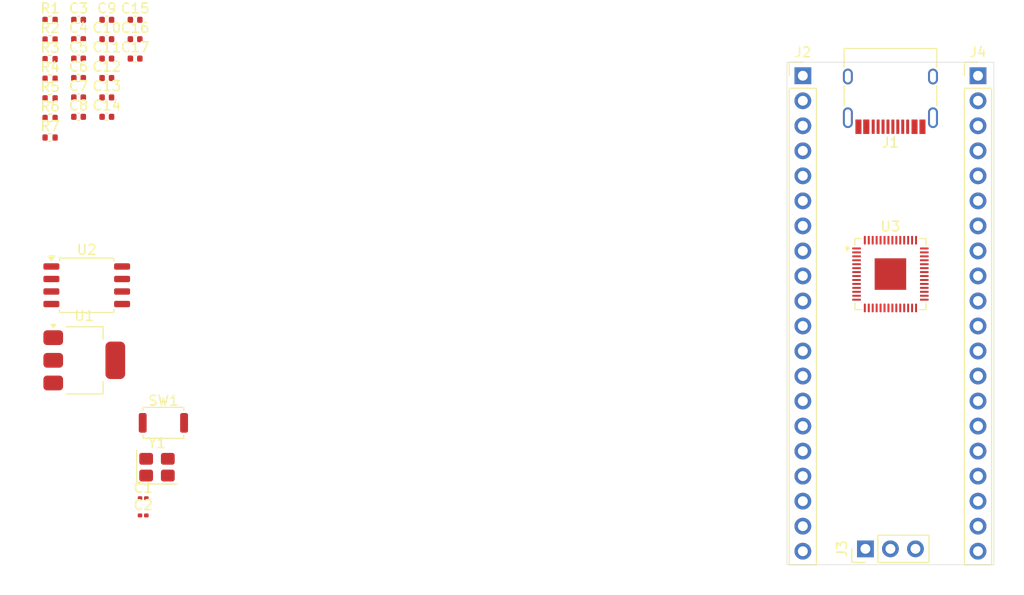
<source format=kicad_pcb>
(kicad_pcb (version 20241229) (generator "pcbnew") (generator_version "9.0")
  (layers (0 "F.Cu" signal) (2 "B.Cu" signal) (13 "F.Paste" user) (15 "B.Paste" user) (5 "F.SilkS" user "F.Silkscreen") (7 "B.SilkS" user "B.Silkscreen") (1 "F.Mask" user) (3 "B.Mask" user) (25 "Edge.Cuts" user))
  (net 0 "")
  (net 1 "VBUS")
  (net 2 "GND")
  (net 3 "+3V3")
  (net 4 "XIN")
  (net 5 "Net-(C4-Pad2)")
  (net 6 "+1V1")
  (net 7 "USB_D+")
  (net 8 "Net-(J1-CC1)")
  (net 9 "USB_D-")
  (net 10 "Net-(J1-CC2)")
  (net 11 "GPIO0")
  (net 12 "GPIO1")
  (net 13 "GPIO15")
  (net 14 "GPIO3")
  (net 15 "GPIO9")
  (net 16 "GPIO6")
  (net 17 "GPIO12")
  (net 18 "GPIO5")
  (net 19 "GPIO13")
  (net 20 "GPIO10")
  (net 21 "GPIO2")
  (net 22 "GPIO4")
  (net 23 "GPIO11")
  (net 24 "GPIO8")
  (net 25 "GPIO7")
  (net 26 "GPIO14")
  (net 27 "SWD")
  (net 28 "SWCLK")
  (net 29 "GPIO21")
  (net 30 "GPIO24")
  (net 31 "GPIO16")
  (net 32 "GPIO18")
  (net 33 "GPIO28_ADC2")
  (net 34 "GPIO27_ADC1")
  (net 35 "GPIO26_ADC0")
  (net 36 "GPIO22")
  (net 37 "RUN")
  (net 38 "GPIO17")
  (net 39 "GPIO19")
  (net 40 "GPIO23")
  (net 41 "GPIO20")
  (net 42 "GPIO29_ADC3")
  (net 43 "QSPI_SS")
  (net 44 "Net-(R3-Pad1)")
  (net 45 "XOUT")
  (net 46 "Net-(U3-USB_DP)")
  (net 47 "Net-(U3-USB_DM)")
  (net 48 "QSPI_SCLK")
  (net 49 "QSPI_SD1")
  (net 50 "QSPI_SD3")
  (net 51 "QSPI_SD2")
  (net 52 "QSPI_SD0")
  (footprint "Capacitor_SMD:C_0402_1005Metric" (layer "F.Cu") (at 42.465 27.54)
    (property "Reference" "C14" (at 0 -1.16 0) (layer "F.SilkS"))
    (property "Value" "0.1uF")
    (fp_line (start -0.107836 -0.36) (end 0.107836 -0.36) (stroke (width 0.12)) (layer "F.SilkS"))
    (fp_line (start -0.107836 0.36) (end 0.107836 0.36) (stroke (width 0.12)) (layer "F.SilkS"))
    (pad "1" smd roundrect (at -0.48 0) (size 0.56 0.62) (layers "F.Cu" "F.Mask" "F.Paste") (net 3 "+3V3"))
    (pad "2" smd roundrect (at 0.48 0) (size 0.56 0.62) (layers "F.Cu" "F.Mask" "F.Paste") (net 2 "GND"))
  )
  (footprint "Capacitor_SMD:C_0402_1005Metric" (layer "F.Cu") (at 39.595 27.54)
    (property "Reference" "C8" (at 0 -1.16 0) (layer "F.SilkS"))
    (property "Value" "0.1uF")
    (fp_line (start -0.107836 -0.36) (end 0.107836 -0.36) (stroke (width 0.12)) (layer "F.SilkS"))
    (fp_line (start -0.107836 0.36) (end 0.107836 0.36) (stroke (width 0.12)) (layer "F.SilkS"))
    (pad "1" smd roundrect (at -0.48 0) (size 0.56 0.62) (layers "F.Cu" "F.Mask" "F.Paste") (net 3 "+3V3"))
    (pad "2" smd roundrect (at 0.48 0) (size 0.56 0.62) (layers "F.Cu" "F.Mask" "F.Paste") (net 2 "GND"))
  )
  (footprint "Capacitor_SMD:C_0402_1005Metric" (layer "F.Cu") (at 45.335 17.69)
    (property "Reference" "C15" (at 0 -1.16 0) (layer "F.SilkS"))
    (property "Value" "1uF")
    (fp_line (start -0.107836 -0.36) (end 0.107836 -0.36) (stroke (width 0.12)) (layer "F.SilkS"))
    (fp_line (start -0.107836 0.36) (end 0.107836 0.36) (stroke (width 0.12)) (layer "F.SilkS"))
    (pad "1" smd roundrect (at -0.48 0) (size 0.56 0.62) (layers "F.Cu" "F.Mask" "F.Paste") (net 6 "+1V1"))
    (pad "2" smd roundrect (at 0.48 0) (size 0.56 0.62) (layers "F.Cu" "F.Mask" "F.Paste") (net 2 "GND"))
  )
  (footprint "Package_TO_SOT_SMD:SOT-223-3_TabPin2" (layer "F.Cu") (at 40.175 52.255)
    (property "Reference" "U1" (at 0 -4.5 0) (layer "F.SilkS"))
    (property "Value" "NCP1117-3.3_SOT223")
    (fp_line (start -1.85 -3.41) (end 1.91 -3.41) (stroke (width 0.12)) (layer "F.SilkS"))
    (fp_line (start -1.85 3.41) (end 1.91 3.41) (stroke (width 0.12)) (layer "F.SilkS"))
    (fp_line (start 1.91 -3.41) (end 1.91 -2.15) (stroke (width 0.12)) (layer "F.SilkS"))
    (fp_line (start 1.91 3.41) (end 1.91 2.15) (stroke (width 0.12)) (layer "F.SilkS"))
    (fp_poly (pts (xy -3.13 -3.31) (xy -3.37 -3.64) (xy -2.89 -3.64) (xy -3.13 -3.31)) (stroke (width 0.12)) (fill yes) (layer "F.SilkS"))
    (pad "1" smd roundrect (at -3.15 -2.3) (size 2 1.5) (layers "F.Cu" "F.Mask" "F.Paste") (net 2 "GND"))
    (pad "2" smd roundrect (at -3.15 0) (size 2 1.5) (layers "F.Cu" "F.Mask" "F.Paste") (net 3 "+3V3"))
    (pad "2" smd roundrect (at 3.15 0) (size 2 3.8) (layers "F.Cu" "F.Mask" "F.Paste") (net 3 "+3V3"))
    (pad "3" smd roundrect (at -3.15 2.3) (size 2 1.5) (layers "F.Cu" "F.Mask" "F.Paste") (net 1 "VBUS"))
  )
  (footprint "Resistor_SMD:R_0402_1005Metric" (layer "F.Cu") (at 36.705 21.68)
    (property "Reference" "R3" (at 0 -1.17 0) (layer "F.SilkS"))
    (property "Value" "1k")
    (fp_line (start -0.153641 -0.38) (end 0.153641 -0.38) (stroke (width 0.12)) (layer "F.SilkS"))
    (fp_line (start -0.153641 0.38) (end 0.153641 0.38) (stroke (width 0.12)) (layer "F.SilkS"))
    (pad "1" smd roundrect (at -0.51 0) (size 0.54 0.64) (layers "F.Cu" "F.Mask" "F.Paste") (net 44 "Net-(R3-Pad1)"))
    (pad "2" smd roundrect (at 0.51 0) (size 0.54 0.64) (layers "F.Cu" "F.Mask" "F.Paste") (net 43 "QSPI_SS"))
  )
  (footprint "Capacitor_SMD:C_0402_1005Metric" (layer "F.Cu") (at 39.595 21.63)
    (property "Reference" "C5" (at 0 -1.16 0) (layer "F.SilkS"))
    (property "Value" "1uF")
    (fp_line (start -0.107836 -0.36) (end 0.107836 -0.36) (stroke (width 0.12)) (layer "F.SilkS"))
    (fp_line (start -0.107836 0.36) (end 0.107836 0.36) (stroke (width 0.12)) (layer "F.SilkS"))
    (pad "1" smd roundrect (at -0.48 0) (size 0.56 0.62) (layers "F.Cu" "F.Mask" "F.Paste") (net 3 "+3V3"))
    (pad "2" smd roundrect (at 0.48 0) (size 0.56 0.62) (layers "F.Cu" "F.Mask" "F.Paste") (net 2 "GND"))
  )
  (footprint "Capacitor_SMD:C_0402_1005Metric" (layer "F.Cu") (at 39.595 17.69)
    (property "Reference" "C3" (at 0 -1.16 0) (layer "F.SilkS"))
    (property "Value" "33pF")
    (fp_line (start -0.107836 -0.36) (end 0.107836 -0.36) (stroke (width 0.12)) (layer "F.SilkS"))
    (fp_line (start -0.107836 0.36) (end 0.107836 0.36) (stroke (width 0.12)) (layer "F.SilkS"))
    (pad "1" smd roundrect (at -0.48 0) (size 0.56 0.62) (layers "F.Cu" "F.Mask" "F.Paste") (net 2 "GND"))
    (pad "2" smd roundrect (at 0.48 0) (size 0.56 0.62) (layers "F.Cu" "F.Mask" "F.Paste") (net 4 "XIN"))
  )
  (footprint "Resistor_SMD:R_0402_1005Metric" (layer "F.Cu") (at 36.705 29.64)
    (property "Reference" "R7" (at 0 -1.17 0) (layer "F.SilkS"))
    (property "Value" "27")
    (fp_line (start -0.153641 -0.38) (end 0.153641 -0.38) (stroke (width 0.12)) (layer "F.SilkS"))
    (fp_line (start -0.153641 0.38) (end 0.153641 0.38) (stroke (width 0.12)) (layer "F.SilkS"))
    (pad "1" smd roundrect (at -0.51 0) (size 0.54 0.64) (layers "F.Cu" "F.Mask" "F.Paste") (net 9 "USB_D-"))
    (pad "2" smd roundrect (at 0.51 0) (size 0.54 0.64) (layers "F.Cu" "F.Mask" "F.Paste") (net 47 "Net-(U3-USB_DM)"))
  )
  (footprint "Capacitor_SMD:C_0402_1005Metric" (layer "F.Cu") (at 39.595 25.57)
    (property "Reference" "C7" (at 0 -1.16 0) (layer "F.SilkS"))
    (property "Value" "0.1uF")
    (fp_line (start -0.107836 -0.36) (end 0.107836 -0.36) (stroke (width 0.12)) (layer "F.SilkS"))
    (fp_line (start -0.107836 0.36) (end 0.107836 0.36) (stroke (width 0.12)) (layer "F.SilkS"))
    (pad "1" smd roundrect (at -0.48 0) (size 0.56 0.62) (layers "F.Cu" "F.Mask" "F.Paste") (net 3 "+3V3"))
    (pad "2" smd roundrect (at 0.48 0) (size 0.56 0.62) (layers "F.Cu" "F.Mask" "F.Paste") (net 2 "GND"))
  )
  (footprint "Capacitor_SMD:C_0402_1005Metric" (layer "F.Cu") (at 39.595 23.6)
    (property "Reference" "C6" (at 0 -1.16 0) (layer "F.SilkS"))
    (property "Value" "0.1uF")
    (fp_line (start -0.107836 -0.36) (end 0.107836 -0.36) (stroke (width 0.12)) (layer "F.SilkS"))
    (fp_line (start -0.107836 0.36) (end 0.107836 0.36) (stroke (width 0.12)) (layer "F.SilkS"))
    (pad "1" smd roundrect (at -0.48 0) (size 0.56 0.62) (layers "F.Cu" "F.Mask" "F.Paste") (net 3 "+3V3"))
    (pad "2" smd roundrect (at 0.48 0) (size 0.56 0.62) (layers "F.Cu" "F.Mask" "F.Paste") (net 2 "GND"))
  )
  (footprint "Capacitor_SMD:C_0402_1005Metric" (layer "F.Cu") (at 39.595 19.66)
    (property "Reference" "C4" (at 0 -1.16 0) (layer "F.SilkS"))
    (property "Value" "33pF")
    (fp_line (start -0.107836 -0.36) (end 0.107836 -0.36) (stroke (width 0.12)) (layer "F.SilkS"))
    (fp_line (start -0.107836 0.36) (end 0.107836 0.36) (stroke (width 0.12)) (layer "F.SilkS"))
    (pad "1" smd roundrect (at -0.48 0) (size 0.56 0.62) (layers "F.Cu" "F.Mask" "F.Paste") (net 2 "GND"))
    (pad "2" smd roundrect (at 0.48 0) (size 0.56 0.62) (layers "F.Cu" "F.Mask" "F.Paste") (net 5 "Net-(C4-Pad2)"))
  )
  (footprint "Capacitor_SMD:C_0402_1005Metric" (layer "F.Cu") (at 42.465 23.6)
    (property "Reference" "C12" (at 0 -1.16 0) (layer "F.SilkS"))
    (property "Value" "0.1uF")
    (fp_line (start -0.107836 -0.36) (end 0.107836 -0.36) (stroke (width 0.12)) (layer "F.SilkS"))
    (fp_line (start -0.107836 0.36) (end 0.107836 0.36) (stroke (width 0.12)) (layer "F.SilkS"))
    (pad "1" smd roundrect (at -0.48 0) (size 0.56 0.62) (layers "F.Cu" "F.Mask" "F.Paste") (net 3 "+3V3"))
    (pad "2" smd roundrect (at 0.48 0) (size 0.56 0.62) (layers "F.Cu" "F.Mask" "F.Paste") (net 2 "GND"))
  )
  (footprint "Capacitor_SMD:C_0402_1005Metric" (layer "F.Cu") (at 42.465 17.69)
    (property "Reference" "C9" (at 0 -1.16 0) (layer "F.SilkS"))
    (property "Value" "0.1uF")
    (fp_line (start -0.107836 -0.36) (end 0.107836 -0.36) (stroke (width 0.12)) (layer "F.SilkS"))
    (fp_line (start -0.107836 0.36) (end 0.107836 0.36) (stroke (width 0.12)) (layer "F.SilkS"))
    (pad "1" smd roundrect (at -0.48 0) (size 0.56 0.62) (layers "F.Cu" "F.Mask" "F.Paste") (net 3 "+3V3"))
    (pad "2" smd roundrect (at 0.48 0) (size 0.56 0.62) (layers "F.Cu" "F.Mask" "F.Paste") (net 2 "GND"))
  )
  (footprint "Capacitor_SMD:C_0402_1005Metric" (layer "F.Cu") (at 45.335 19.66)
    (property "Reference" "C16" (at 0 -1.16 0) (layer "F.SilkS"))
    (property "Value" "0.1uF")
    (fp_line (start -0.107836 -0.36) (end 0.107836 -0.36) (stroke (width 0.12)) (layer "F.SilkS"))
    (fp_line (start -0.107836 0.36) (end 0.107836 0.36) (stroke (width 0.12)) (layer "F.SilkS"))
    (pad "1" smd roundrect (at -0.48 0) (size 0.56 0.62) (layers "F.Cu" "F.Mask" "F.Paste") (net 6 "+1V1"))
    (pad "2" smd roundrect (at 0.48 0) (size 0.56 0.62) (layers "F.Cu" "F.Mask" "F.Paste") (net 2 "GND"))
  )
  (footprint "Package_SO:SOIC-8_5.3x5.3mm_P1.27mm" (layer "F.Cu") (at 40.425 44.635)
    (property "Reference" "U2" (at 0 -3.6 0) (layer "F.SilkS"))
    (property "Value" "W25Q128JVS")
    (fp_line (start -2.76 -2.76) (end 2.76 -2.76) (stroke (width 0.12)) (layer "F.SilkS"))
    (fp_line (start -2.76 -2.49) (end -2.76 -2.76) (stroke (width 0.12)) (layer "F.SilkS"))
    (fp_line (start -2.76 2.76) (end -2.76 2.49) (stroke (width 0.12)) (layer "F.SilkS"))
    (fp_line (start 2.76 -2.76) (end 2.76 -2.49) (stroke (width 0.12)) (layer "F.SilkS"))
    (fp_line (start 2.76 2.49) (end 2.76 2.76) (stroke (width 0.12)) (layer "F.SilkS"))
    (fp_line (start 2.76 2.76) (end -2.76 2.76) (stroke (width 0.12)) (layer "F.SilkS"))
    (fp_poly (pts (xy -3.59 -2.5) (xy -3.93 -2.97) (xy -3.25 -2.97)) (stroke (width 0.12)) (fill yes) (layer "F.SilkS"))
    (pad "1" smd roundrect (at -3.5875 -1.905) (size 1.625 0.65) (layers "F.Cu" "F.Mask" "F.Paste") (net 43 "QSPI_SS"))
    (pad "2" smd roundrect (at -3.5875 -0.635) (size 1.625 0.65) (layers "F.Cu" "F.Mask" "F.Paste") (net 49 "QSPI_SD1"))
    (pad "3" smd roundrect (at -3.5875 0.635) (size 1.625 0.65) (layers "F.Cu" "F.Mask" "F.Paste") (net 51 "QSPI_SD2"))
    (pad "4" smd roundrect (at -3.5875 1.905) (size 1.625 0.65) (layers "F.Cu" "F.Mask" "F.Paste") (net 2 "GND"))
    (pad "5" smd roundrect (at 3.5875 1.905) (size 1.625 0.65) (layers "F.Cu" "F.Mask" "F.Paste") (net 52 "QSPI_SD0"))
    (pad "6" smd roundrect (at 3.5875 0.635) (size 1.625 0.65) (layers "F.Cu" "F.Mask" "F.Paste") (net 48 "QSPI_SCLK"))
    (pad "7" smd roundrect (at 3.5875 -0.635) (size 1.625 0.65) (layers "F.Cu" "F.Mask" "F.Paste") (net 50 "QSPI_SD3"))
    (pad "8" smd roundrect (at 3.5875 -1.905) (size 1.625 0.65) (layers "F.Cu" "F.Mask" "F.Paste") (net 3 "+3V3"))
  )
  (footprint "Connector_PinHeader_2.54mm:PinHeader_1x20_P2.54mm_Vertical" (layer "F.Cu") (at 113.11 23.37)
    (property "Reference" "J2" (at 0 -2.38 0) (layer "F.SilkS"))
    (property "Value" "Conn_01x20")
    (fp_line (start -1.38 -1.38) (end 0 -1.38) (stroke (width 0.12)) (layer "F.SilkS"))
    (fp_line (start -1.38 0) (end -1.38 -1.38) (stroke (width 0.12)) (layer "F.SilkS"))
    (fp_line (start -1.38 1.27) (end -1.38 49.64) (stroke (width 0.12)) (layer "F.SilkS"))
    (fp_line (start -1.38 1.27) (end 1.38 1.27) (stroke (width 0.12)) (layer "F.SilkS"))
    (fp_line (start -1.38 49.64) (end 1.38 49.64) (stroke (width 0.12)) (layer "F.SilkS"))
    (fp_line (start 1.38 1.27) (end 1.38 49.64) (stroke (width 0.12)) (layer "F.SilkS"))
    (pad "1" thru_hole rect (at 0 0) (size 1.7 1.7) (drill 1) (layers "*.Cu" "*.Mask") (net 11 "GPIO0"))
    (pad "2" thru_hole circle (at 0 2.54) (size 1.7 1.7) (drill 1) (layers "*.Cu" "*.Mask") (net 12 "GPIO1"))
    (pad "3" thru_hole circle (at 0 5.08) (size 1.7 1.7) (drill 1) (layers "*.Cu" "*.Mask") (net 2 "GND"))
    (pad "4" thru_hole circle (at 0 7.62) (size 1.7 1.7) (drill 1) (layers "*.Cu" "*.Mask") (net 21 "GPIO2"))
    (pad "5" thru_hole circle (at 0 10.16) (size 1.7 1.7) (drill 1) (layers "*.Cu" "*.Mask") (net 14 "GPIO3"))
    (pad "6" thru_hole circle (at 0 12.7) (size 1.7 1.7) (drill 1) (layers "*.Cu" "*.Mask") (net 22 "GPIO4"))
    (pad "7" thru_hole circle (at 0 15.24) (size 1.7 1.7) (drill 1) (layers "*.Cu" "*.Mask") (net 18 "GPIO5"))
    (pad "8" thru_hole circle (at 0 17.78) (size 1.7 1.7) (drill 1) (layers "*.Cu" "*.Mask") (net 2 "GND"))
    (pad "9" thru_hole circle (at 0 20.32) (size 1.7 1.7) (drill 1) (layers "*.Cu" "*.Mask") (net 16 "GPIO6"))
    (pad "10" thru_hole circle (at 0 22.86) (size 1.7 1.7) (drill 1) (layers "*.Cu" "*.Mask") (net 25 "GPIO7"))
    (pad "11" thru_hole circle (at 0 25.4) (size 1.7 1.7) (drill 1) (layers "*.Cu" "*.Mask") (net 24 "GPIO8"))
    (pad "12" thru_hole circle (at 0 27.94) (size 1.7 1.7) (drill 1) (layers "*.Cu" "*.Mask") (net 15 "GPIO9"))
    (pad "13" thru_hole circle (at 0 30.48) (size 1.7 1.7) (drill 1) (layers "*.Cu" "*.Mask") (net 2 "GND"))
    (pad "14" thru_hole circle (at 0 33.02) (size 1.7 1.7) (drill 1) (layers "*.Cu" "*.Mask") (net 20 "GPIO10"))
    (pad "15" thru_hole circle (at 0 35.56) (size 1.7 1.7) (drill 1) (layers "*.Cu" "*.Mask") (net 23 "GPIO11"))
    (pad "16" thru_hole circle (at 0 38.1) (size 1.7 1.7) (drill 1) (layers "*.Cu" "*.Mask") (net 17 "GPIO12"))
    (pad "17" thru_hole circle (at 0 40.64) (size 1.7 1.7) (drill 1) (layers "*.Cu" "*.Mask") (net 19 "GPIO13"))
    (pad "18" thru_hole circle (at 0 43.18) (size 1.7 1.7) (drill 1) (layers "*.Cu" "*.Mask") (net 2 "GND"))
    (pad "19" thru_hole circle (at 0 45.72) (size 1.7 1.7) (drill 1) (layers "*.Cu" "*.Mask") (net 26 "GPIO14"))
    (pad "20" thru_hole circle (at 0 48.26) (size 1.7 1.7) (drill 1) (layers "*.Cu" "*.Mask") (net 13 "GPIO15"))
  )
  (footprint "Connector_PinHeader_2.54mm:PinHeader_1x03_P2.54mm_Vertical" (layer "F.Cu") (at 119.46 71.39 90)
    (property "Reference" "J3" (at 0 -2.38 90) (layer "F.SilkS"))
    (property "Value" "Conn_01x03")
    (fp_line (start -1.38 -1.38) (end 0 -1.38) (stroke (width 0.12)) (layer "F.SilkS"))
    (fp_line (start -1.38 0) (end -1.38 -1.38) (stroke (width 0.12)) (layer "F.SilkS"))
    (fp_line (start 1.38 1.27) (end 1.38 6.46) (stroke (width 0.12)) (layer "F.SilkS"))
    (fp_line (start -1.38 1.27) (end 1.38 1.27) (stroke (width 0.12)) (layer "F.SilkS"))
    (fp_line (start -1.38 1.27) (end -1.38 6.46) (stroke (width 0.12)) (layer "F.SilkS"))
    (fp_line (start -1.38 6.46) (end 1.38 6.46) (stroke (width 0.12)) (layer "F.SilkS"))
    (pad "1" thru_hole rect (at 0 0 90) (size 1.7 1.7) (drill 1) (layers "*.Cu" "*.Mask") (net 28 "SWCLK"))
    (pad "2" thru_hole circle (at 0 2.54 90) (size 1.7 1.7) (drill 1) (layers "*.Cu" "*.Mask") (net 2 "GND"))
    (pad "3" thru_hole circle (at 0 5.08 90) (size 1.7 1.7) (drill 1) (layers "*.Cu" "*.Mask") (net 27 "SWD"))
  )
  (footprint "Connector_PinHeader_2.54mm:PinHeader_1x20_P2.54mm_Vertical" (layer "F.Cu") (at 130.89 23.37)
    (property "Reference" "J4" (at 0 -2.38 0) (layer "F.SilkS"))
    (property "Value" "Conn_01x20")
    (fp_line (start -1.38 -1.38) (end 0 -1.38) (stroke (width 0.12)) (layer "F.SilkS"))
    (fp_line (start -1.38 0) (end -1.38 -1.38) (stroke (width 0.12)) (layer "F.SilkS"))
    (fp_line (start -1.38 1.27) (end -1.38 49.64) (stroke (width 0.12)) (layer "F.SilkS"))
    (fp_line (start -1.38 1.27) (end 1.38 1.27) (stroke (width 0.12)) (layer "F.SilkS"))
    (fp_line (start -1.38 49.64) (end 1.38 49.64) (stroke (width 0.12)) (layer "F.SilkS"))
    (fp_line (start 1.38 1.27) (end 1.38 49.64) (stroke (width 0.12)) (layer "F.SilkS"))
    (pad "1" thru_hole rect (at 0 0) (size 1.7 1.7) (drill 1) (layers "*.Cu" "*.Mask") (net 1 "VBUS"))
    (pad "2" thru_hole circle (at 0 2.54) (size 1.7 1.7) (drill 1) (layers "*.Cu" "*.Mask") (net 42 "GPIO29_ADC3"))
    (pad "3" thru_hole circle (at 0 5.08) (size 1.7 1.7) (drill 1) (layers "*.Cu" "*.Mask") (net 2 "GND"))
    (pad "4" thru_hole circle (at 0 7.62) (size 1.7 1.7) (drill 1) (layers "*.Cu" "*.Mask") (net 33 "GPIO28_ADC2"))
    (pad "5" thru_hole circle (at 0 10.16) (size 1.7 1.7) (drill 1) (layers "*.Cu" "*.Mask") (net 3 "+3V3"))
    (pad "6" thru_hole circle (at 0 12.7) (size 1.7 1.7) (drill 1) (layers "*.Cu" "*.Mask") (net 34 "GPIO27_ADC1"))
    (pad "7" thru_hole circle (at 0 15.24) (size 1.7 1.7) (drill 1) (layers "*.Cu" "*.Mask") (net 35 "GPIO26_ADC0"))
    (pad "8" thru_hole circle (at 0 17.78) (size 1.7 1.7) (drill 1) (layers "*.Cu" "*.Mask") (net 2 "GND"))
    (pad "9" thru_hole circle (at 0 20.32) (size 1.7 1.7) (drill 1) (layers "*.Cu" "*.Mask") (net 30 "GPIO24"))
    (pad "10" thru_hole circle (at 0 22.86) (size 1.7 1.7) (drill 1) (layers "*.Cu" "*.Mask") (net 40 "GPIO23"))
    (pad "11" thru_hole circle (at 0 25.4) (size 1.7 1.7) (drill 1) (layers "*.Cu" "*.Mask") (net 37 "RUN"))
    (pad "12" thru_hole circle (at 0 27.94) (size 1.7 1.7) (drill 1) (layers "*.Cu" "*.Mask") (net 36 "GPIO22"))
    (pad "13" thru_hole circle (at 0 30.48) (size 1.7 1.7) (drill 1) (layers "*.Cu" "*.Mask") (net 2 "GND"))
    (pad "14" thru_hole circle (at 0 33.02) (size 1.7 1.7) (drill 1) (layers "*.Cu" "*.Mask") (net 29 "GPIO21"))
    (pad "15" thru_hole circle (at 0 35.56) (size 1.7 1.7) (drill 1) (layers "*.Cu" "*.Mask") (net 41 "GPIO20"))
    (pad "16" thru_hole circle (at 0 38.1) (size 1.7 1.7) (drill 1) (layers "*.Cu" "*.Mask") (net 39 "GPIO19"))
    (pad "17" thru_hole circle (at 0 40.64) (size 1.7 1.7) (drill 1) (layers "*.Cu" "*.Mask") (net 32 "GPIO18"))
    (pad "18" thru_hole circle (at 0 43.18) (size 1.7 1.7) (drill 1) (layers "*.Cu" "*.Mask") (net 2 "GND"))
    (pad "19" thru_hole circle (at 0 45.72) (size 1.7 1.7) (drill 1) (layers "*.Cu" "*.Mask") (net 38 "GPIO17"))
    (pad "20" thru_hole circle (at 0 48.26) (size 1.7 1.7) (drill 1) (layers "*.Cu" "*.Mask") (net 31 "GPIO16"))
  )
  (footprint "Capacitor_SMD:C_0201_0603Metric" (layer "F.Cu") (at 46.155 68)
    (property "Reference" "C2" (at 0 -1.05 0) (layer "F.SilkS"))
    (property "Value" "10uF")
    (pad "1" smd roundrect (at -0.32 0) (size 0.46 0.4) (layers "F.Cu" "F.Mask") (net 3 "+3V3"))
    (pad "2" smd roundrect (at 0.32 0) (size 0.46 0.4) (layers "F.Cu" "F.Mask") (net 2 "GND"))
  )
  (footprint "Capacitor_SMD:C_0402_1005Metric" (layer "F.Cu") (at 42.465 19.66)
    (property "Reference" "C10" (at 0 -1.16 0) (layer "F.SilkS"))
    (property "Value" "0.1uF")
    (fp_line (start -0.107836 -0.36) (end 0.107836 -0.36) (stroke (width 0.12)) (layer "F.SilkS"))
    (fp_line (start -0.107836 0.36) (end 0.107836 0.36) (stroke (width 0.12)) (layer "F.SilkS"))
    (pad "1" smd roundrect (at -0.48 0) (size 0.56 0.62) (layers "F.Cu" "F.Mask" "F.Paste") (net 3 "+3V3"))
    (pad "2" smd roundrect (at 0.48 0) (size 0.56 0.62) (layers "F.Cu" "F.Mask" "F.Paste") (net 2 "GND"))
  )
  (footprint "Resistor_SMD:R_0402_1005Metric" (layer "F.Cu") (at 36.705 25.66)
    (property "Reference" "R5" (at 0 -1.17 0) (layer "F.SilkS"))
    (property "Value" "1k")
    (fp_line (start -0.153641 -0.38) (end 0.153641 -0.38) (stroke (width 0.12)) (layer "F.SilkS"))
    (fp_line (start -0.153641 0.38) (end 0.153641 0.38) (stroke (width 0.12)) (layer "F.SilkS"))
    (pad "1" smd roundrect (at -0.51 0) (size 0.54 0.64) (layers "F.Cu" "F.Mask" "F.Paste") (net 5 "Net-(C4-Pad2)"))
    (pad "2" smd roundrect (at 0.51 0) (size 0.54 0.64) (layers "F.Cu" "F.Mask" "F.Paste") (net 45 "XOUT"))
  )
  (footprint "Crystal:Crystal_SMD_3225-4Pin_3.2x2.5mm" (layer "F.Cu") (at 47.555 63.1)
    (property "Reference" "Y1" (at 0 -2.45 0) (layer "F.SilkS"))
    (property "Value" "12 MHz")
    (fp_line (start -2.06 -1.71) (end -2.06 1.71) (stroke (width 0.12)) (layer "F.SilkS"))
    (fp_line (start -2.06 1.71) (end 2.06 1.71) (stroke (width 0.12)) (layer "F.SilkS"))
    (pad "1" smd roundrect (at -1.1 0.85) (size 1.4 1.2) (layers "F.Cu" "F.Mask" "F.Paste") (roundrect_rratio 0.208333) (net 5 "Net-(C4-Pad2)"))
    (pad "2" smd roundrect (at 1.1 0.85) (size 1.4 1.2) (layers "F.Cu" "F.Mask" "F.Paste") (roundrect_rratio 0.208333) (net 2 "GND"))
    (pad "3" smd roundrect (at 1.1 -0.85) (size 1.4 1.2) (layers "F.Cu" "F.Mask" "F.Paste") (roundrect_rratio 0.208333) (net 4 "XIN"))
    (pad "4" smd roundrect (at -1.1 -0.85) (size 1.4 1.2) (layers "F.Cu" "F.Mask" "F.Paste") (roundrect_rratio 0.208333) (net 2 "GND"))
  )
  (footprint "Resistor_SMD:R_0402_1005Metric" (layer "F.Cu") (at 36.705 23.67)
    (property "Reference" "R4" (at 0 -1.17 0) (layer "F.SilkS"))
    (property "Value" "10k")
    (fp_line (start -0.153641 -0.38) (end 0.153641 -0.38) (stroke (width 0.12)) (layer "F.SilkS"))
    (fp_line (start -0.153641 0.38) (end 0.153641 0.38) (stroke (width 0.12)) (layer "F.SilkS"))
    (pad "1" smd roundrect (at -0.51 0) (size 0.54 0.64) (layers "F.Cu" "F.Mask" "F.Paste") (net 3 "+3V3"))
    (pad "2" smd roundrect (at 0.51 0) (size 0.54 0.64) (layers "F.Cu" "F.Mask" "F.Paste") (net 43 "QSPI_SS"))
  )
  (footprint "Connector_USB:USB_C_Receptacle_HRO_TYPE-C-31-M-12" (layer "F.Cu") (at 122 24.5 180)
    (property "Reference" "J1" (at 0 -5.645 0) (layer "F.SilkS"))
    (property "Value" "USB_C_Receptacle_USB2.0_14P")
    (fp_line (start 4.7 2) (end 4.7 3.9) (stroke (width 0.12)) (layer "F.SilkS"))
    (fp_line (start 4.7 -1.9) (end 4.7 0.1) (stroke (width 0.12)) (layer "F.SilkS"))
    (fp_line (start -4.7 3.9) (end 4.7 3.9) (stroke (width 0.12)) (layer "F.SilkS"))
    (fp_line (start -4.7 2) (end -4.7 3.9) (stroke (width 0.12)) (layer "F.SilkS"))
    (fp_line (start -4.7 -1.9) (end -4.7 0.1) (stroke (width 0.12)) (layer "F.SilkS"))
    (pad "" np_thru_hole circle (at -2.89 -2.6 180) (size 0.65 0.65) (drill 0.65) (layers "*.Cu" "*.Mask"))
    (pad "" np_thru_hole circle (at 2.89 -2.6 180) (size 0.65 0.65) (drill 0.65) (layers "*.Cu" "*.Mask"))
    (pad "A1" smd rect (at -3.25 -4.045 180) (size 0.6 1.45) (layers "F.Cu" "F.Mask" "F.Paste") (net 2 "GND"))
    (pad "A4" smd rect (at -2.45 -4.045 180) (size 0.6 1.45) (layers "F.Cu" "F.Mask" "F.Paste") (net 1 "VBUS"))
    (pad "A5" smd rect (at -1.25 -4.045 180) (size 0.3 1.45) (layers "F.Cu" "F.Mask" "F.Paste") (net 8 "Net-(J1-CC1)"))
    (pad "A6" smd rect (at -0.25 -4.045 180) (size 0.3 1.45) (layers "F.Cu" "F.Mask" "F.Paste") (net 7 "USB_D+"))
    (pad "A7" smd rect (at 0.25 -4.045 180) (size 0.3 1.45) (layers "F.Cu" "F.Mask" "F.Paste") (net 9 "USB_D-"))
    (pad "A8" smd rect (at 1.25 -4.045 180) (size 0.3 1.45) (layers "F.Cu" "F.Mask" "F.Paste"))
    (pad "A9" smd rect (at 2.45 -4.045 180) (size 0.6 1.45) (layers "F.Cu" "F.Mask" "F.Paste") (net 1 "VBUS"))
    (pad "A12" smd rect (at 3.25 -4.045 180) (size 0.6 1.45) (layers "F.Cu" "F.Mask" "F.Paste") (net 2 "GND"))
    (pad "B1" smd rect (at 3.25 -4.045 180) (size 0.6 1.45) (layers "F.Cu" "F.Mask" "F.Paste") (net 2 "GND"))
    (pad "B4" smd rect (at 2.45 -4.045 180) (size 0.6 1.45) (layers "F.Cu" "F.Mask" "F.Paste") (net 1 "VBUS"))
    (pad "B5" smd rect (at 1.75 -4.045 180) (size 0.3 1.45) (layers "F.Cu" "F.Mask" "F.Paste") (net 10 "Net-(J1-CC2)"))
    (pad "B6" smd rect (at 0.75 -4.045 180) (size 0.3 1.45) (layers "F.Cu" "F.Mask" "F.Paste") (net 7 "USB_D+"))
    (pad "B7" smd rect (at -0.75 -4.045 180) (size 0.3 1.45) (layers "F.Cu" "F.Mask" "F.Paste") (net 9 "USB_D-"))
    (pad "B8" smd rect (at -1.75 -4.045 180) (size 0.3 1.45) (layers "F.Cu" "F.Mask" "F.Paste"))
    (pad "B9" smd rect (at -2.45 -4.045 180) (size 0.6 1.45) (layers "F.Cu" "F.Mask" "F.Paste") (net 1 "VBUS"))
    (pad "B12" smd rect (at -3.25 -4.045 180) (size 0.6 1.45) (layers "F.Cu" "F.Mask" "F.Paste") (net 2 "GND"))
    (pad "S1" thru_hole oval (at -4.32 -3.13 180) (size 1 2.1) (drill oval 0.6 1.7) (property pad_prop_heatsink) (layers "*.Cu" "*.Mask") (net 2 "GND"))
    (pad "S1" thru_hole oval (at -4.32 1.05 180) (size 1 1.6) (drill oval 0.6 1.2) (property pad_prop_heatsink) (layers "*.Cu" "*.Mask") (net 2 "GND"))
    (pad "S1" thru_hole oval (at 4.32 -3.13 180) (size 1 2.1) (drill oval 0.6 1.7) (property pad_prop_heatsink) (layers "*.Cu" "*.Mask") (net 2 "GND"))
    (pad "S1" thru_hole oval (at 4.32 1.05 180) (size 1 1.6) (drill oval 0.6 1.2) (property pad_prop_heatsink) (layers "*.Cu" "*.Mask") (net 2 "GND"))
  )
  (footprint "Resistor_SMD:R_0402_1005Metric" (layer "F.Cu") (at 36.705 19.69)
    (property "Reference" "R2" (at 0 -1.17 0) (layer "F.SilkS"))
    (property "Value" "5.1k")
    (fp_line (start -0.153641 -0.38) (end 0.153641 -0.38) (stroke (width 0.12)) (layer "F.SilkS"))
    (fp_line (start -0.153641 0.38) (end 0.153641 0.38) (stroke (width 0.12)) (layer "F.SilkS"))
    (pad "1" smd roundrect (at -0.51 0) (size 0.54 0.64) (layers "F.Cu" "F.Mask" "F.Paste") (net 10 "Net-(J1-CC2)"))
    (pad "2" smd roundrect (at 0.51 0) (size 0.54 0.64) (layers "F.Cu" "F.Mask" "F.Paste") (net 2 "GND"))
  )
  (footprint "Capacitor_SMD:C_0402_1005Metric" (layer "F.Cu") (at 45.335 21.63)
    (property "Reference" "C17" (at 0 -1.16 0) (layer "F.SilkS"))
    (property "Value" "0.1uF")
    (fp_line (start -0.107836 -0.36) (end 0.107836 -0.36) (stroke (width 0.12)) (layer "F.SilkS"))
    (fp_line (start -0.107836 0.36) (end 0.107836 0.36) (stroke (width 0.12)) (layer "F.SilkS"))
    (pad "1" smd roundrect (at -0.48 0) (size 0.56 0.62) (layers "F.Cu" "F.Mask" "F.Paste") (net 6 "+1V1"))
    (pad "2" smd roundrect (at 0.48 0) (size 0.56 0.62) (layers "F.Cu" "F.Mask" "F.Paste") (net 2 "GND"))
  )
  (footprint "Resistor_SMD:R_0402_1005Metric" (layer "F.Cu") (at 36.705 17.7)
    (property "Reference" "R1" (at 0 -1.17 0) (layer "F.SilkS"))
    (property "Value" "5.1k")
    (fp_line (start -0.153641 -0.38) (end 0.153641 -0.38) (stroke (width 0.12)) (layer "F.SilkS"))
    (fp_line (start -0.153641 0.38) (end 0.153641 0.38) (stroke (width 0.12)) (layer "F.SilkS"))
    (pad "1" smd roundrect (at -0.51 0) (size 0.54 0.64) (layers "F.Cu" "F.Mask" "F.Paste") (net 2 "GND"))
    (pad "2" smd roundrect (at 0.51 0) (size 0.54 0.64) (layers "F.Cu" "F.Mask" "F.Paste") (net 8 "Net-(J1-CC1)"))
  )
  (footprint "Button_Switch_SMD:SW_Push_SPST_NO_Alps_SKRK" (layer "F.Cu") (at 48.205 58.6)
    (property "Reference" "SW1" (at 0 -2.25 0) (layer "F.SilkS"))
    (property "Value" "SW_Push")
    (fp_line (start -2.07 -1.57) (end 2.07 -1.57) (stroke (width 0.12)) (layer "F.SilkS"))
    (fp_line (start -2.07 -1.27) (end -2.07 -1.57) (stroke (width 0.12)) (layer "F.SilkS"))
    (fp_line (start -2.07 1.57) (end -2.07 1.27) (stroke (width 0.12)) (layer "F.SilkS"))
    (fp_line (start 2.07 -1.57) (end 2.07 -1.27) (stroke (width 0.12)) (layer "F.SilkS"))
    (fp_line (start 2.07 1.27) (end 2.07 1.57) (stroke (width 0.12)) (layer "F.SilkS"))
    (fp_line (start 2.07 1.57) (end -2.07 1.57) (stroke (width 0.12)) (layer "F.SilkS"))
    (pad "1" smd roundrect (at -2.1 0) (size 0.8 2) (layers "F.Cu" "F.Mask" "F.Paste") (net 2 "GND"))
    (pad "2" smd roundrect (at 2.1 0) (size 0.8 2) (layers "F.Cu" "F.Mask" "F.Paste") (net 44 "Net-(R3-Pad1)"))
  )
  (footprint "Capacitor_SMD:C_0402_1005Metric" (layer "F.Cu") (at 42.465 25.57)
    (property "Reference" "C13" (at 0 -1.16 0) (layer "F.SilkS"))
    (property "Value" "0.1uF")
    (fp_line (start -0.107836 -0.36) (end 0.107836 -0.36) (stroke (width 0.12)) (layer "F.SilkS"))
    (fp_line (start -0.107836 0.36) (end 0.107836 0.36) (stroke (width 0.12)) (layer "F.SilkS"))
    (pad "1" smd roundrect (at -0.48 0) (size 0.56 0.62) (layers "F.Cu" "F.Mask" "F.Paste") (net 3 "+3V3"))
    (pad "2" smd roundrect (at 0.48 0) (size 0.56 0.62) (layers "F.Cu" "F.Mask" "F.Paste") (net 2 "GND"))
  )
  (footprint "Capacitor_SMD:C_0402_1005Metric" (layer "F.Cu") (at 42.465 21.63)
    (property "Reference" "C11" (at 0 -1.16 0) (layer "F.SilkS"))
    (property "Value" "0.1uF")
    (fp_line (start -0.107836 -0.36) (end 0.107836 -0.36) (stroke (width 0.12)) (layer "F.SilkS"))
    (fp_line (start -0.107836 0.36) (end 0.107836 0.36) (stroke (width 0.12)) (layer "F.SilkS"))
    (pad "1" smd roundrect (at -0.48 0) (size 0.56 0.62) (layers "F.Cu" "F.Mask" "F.Paste") (net 3 "+3V3"))
    (pad "2" smd roundrect (at 0.48 0) (size 0.56 0.62) (layers "F.Cu" "F.Mask" "F.Paste") (net 2 "GND"))
  )
  (footprint "Package_DFN_QFN:QFN-56-1EP_7x7mm_P0.4mm_EP3.2x3.2mm" (layer "F.Cu") (at 122 43.5)
    (property "Reference" "U3" (at 0 -4.83 0) (layer "F.SilkS"))
    (property "Value" "RP2040")
    (fp_line (start -3.61 -3.61) (end -2.96 -3.61) (stroke (width 0.12)) (layer "F.SilkS"))
    (fp_line (start -3.61 -2.96) (end -3.61 -3.61) (stroke (width 0.12)) (layer "F.SilkS"))
    (fp_line (start -3.61 3.61) (end -3.61 2.96) (stroke (width 0.12)) (layer "F.SilkS"))
    (fp_line (start -2.96 3.61) (end -3.61 3.61) (stroke (width 0.12)) (layer "F.SilkS"))
    (fp_line (start 2.96 -3.61) (end 3.61 -3.61) (stroke (width 0.12)) (layer "F.SilkS"))
    (fp_line (start 3.61 -3.61) (end 3.61 -2.96) (stroke (width 0.12)) (layer "F.SilkS"))
    (fp_line (start 3.61 2.96) (end 3.61 3.61) (stroke (width 0.12)) (layer "F.SilkS"))
    (fp_line (start 3.61 3.61) (end 2.96 3.61) (stroke (width 0.12)) (layer "F.SilkS"))
    (fp_poly (pts (xy -4.14 -2.6) (xy -4.47 -2.36) (xy -4.47 -2.84)) (stroke (width 0.12)) (fill yes) (layer "F.SilkS"))
    (pad "1" smd roundrect (at -3.4375 -2.6) (size 0.875 0.2) (layers "F.Cu" "F.Mask" "F.Paste") (net 3 "+3V3"))
    (pad "2" smd roundrect (at -3.4375 -2.2) (size 0.875 0.2) (layers "F.Cu" "F.Mask" "F.Paste") (net 11 "GPIO0"))
    (pad "3" smd roundrect (at -3.4375 -1.8) (size 0.875 0.2) (layers "F.Cu" "F.Mask" "F.Paste") (net 12 "GPIO1"))
    (pad "4" smd roundrect (at -3.4375 -1.4) (size 0.875 0.2) (layers "F.Cu" "F.Mask" "F.Paste") (net 21 "GPIO2"))
    (pad "5" smd roundrect (at -3.4375 -1) (size 0.875 0.2) (layers "F.Cu" "F.Mask" "F.Paste") (net 14 "GPIO3"))
    (pad "6" smd roundrect (at -3.4375 -0.6) (size 0.875 0.2) (layers "F.Cu" "F.Mask" "F.Paste") (net 22 "GPIO4"))
    (pad "7" smd roundrect (at -3.4375 -0.2) (size 0.875 0.2) (layers "F.Cu" "F.Mask" "F.Paste") (net 18 "GPIO5"))
    (pad "8" smd roundrect (at -3.4375 0.2) (size 0.875 0.2) (layers "F.Cu" "F.Mask" "F.Paste") (net 16 "GPIO6"))
    (pad "9" smd roundrect (at -3.4375 0.6) (size 0.875 0.2) (layers "F.Cu" "F.Mask" "F.Paste") (net 25 "GPIO7"))
    (pad "10" smd roundrect (at -3.4375 1) (size 0.875 0.2) (layers "F.Cu" "F.Mask" "F.Paste") (net 3 "+3V3"))
    (pad "11" smd roundrect (at -3.4375 1.4) (size 0.875 0.2) (layers "F.Cu" "F.Mask" "F.Paste") (net 24 "GPIO8"))
    (pad "12" smd roundrect (at -3.4375 1.8) (size 0.875 0.2) (layers "F.Cu" "F.Mask" "F.Paste") (net 15 "GPIO9"))
    (pad "13" smd roundrect (at -3.4375 2.2) (size 0.875 0.2) (layers "F.Cu" "F.Mask" "F.Paste") (net 20 "GPIO10"))
    (pad "14" smd roundrect (at -3.4375 2.6) (size 0.875 0.2) (layers "F.Cu" "F.Mask" "F.Paste") (net 23 "GPIO11"))
    (pad "15" smd roundrect (at -2.6 3.4375) (size 0.2 0.875) (layers "F.Cu" "F.Mask" "F.Paste") (net 17 "GPIO12"))
    (pad "16" smd roundrect (at -2.2 3.4375) (size 0.2 0.875) (layers "F.Cu" "F.Mask" "F.Paste") (net 19 "GPIO13"))
    (pad "17" smd roundrect (at -1.8 3.4375) (size 0.2 0.875) (layers "F.Cu" "F.Mask" "F.Paste") (net 26 "GPIO14"))
    (pad "18" smd roundrect (at -1.4 3.4375) (size 0.2 0.875) (layers "F.Cu" "F.Mask" "F.Paste") (net 13 "GPIO15"))
    (pad "19" smd roundrect (at -1 3.4375) (size 0.2 0.875) (layers "F.Cu" "F.Mask" "F.Paste") (net 2 "GND"))
    (pad "20" smd roundrect (at -0.6 3.4375) (size 0.2 0.875) (layers "F.Cu" "F.Mask" "F.Paste") (net 4 "XIN"))
    (pad "21" smd roundrect (at -0.2 3.4375) (size 0.2 0.875) (layers "F.Cu" "F.Mask" "F.Paste") (net 45 "XOUT"))
    (pad "22" smd roundrect (at 0.2 3.4375) (size 0.2 0.875) (layers "F.Cu" "F.Mask" "F.Paste") (net 3 "+3V3"))
    (pad "23" smd roundrect (at 0.6 3.4375) (size 0.2 0.875) (layers "F.Cu" "F.Mask" "F.Paste") (net 6 "+1V1"))
    (pad "24" smd roundrect (at 1 3.4375) (size 0.2 0.875) (layers "F.Cu" "F.Mask" "F.Paste") (net 28 "SWCLK"))
    (pad "25" smd roundrect (at 1.4 3.4375) (size 0.2 0.875) (layers "F.Cu" "F.Mask" "F.Paste") (net 27 "SWD"))
    (pad "26" smd roundrect (at 1.8 3.4375) (size 0.2 0.875) (layers "F.Cu" "F.Mask" "F.Paste") (net 37 "RUN"))
    (pad "27" smd roundrect (at 2.2 3.4375) (size 0.2 0.875) (layers "F.Cu" "F.Mask" "F.Paste") (net 31 "GPIO16"))
    (pad "28" smd roundrect (at 2.6 3.4375) (size 0.2 0.875) (layers "F.Cu" "F.Mask" "F.Paste") (net 38 "GPIO17"))
    (pad "29" smd roundrect (at 3.4375 2.6) (size 0.875 0.2) (layers "F.Cu" "F.Mask" "F.Paste") (net 32 "GPIO18"))
    (pad "30" smd roundrect (at 3.4375 2.2) (size 0.875 0.2) (layers "F.Cu" "F.Mask" "F.Paste") (net 39 "GPIO19"))
    (pad "31" smd roundrect (at 3.4375 1.8) (size 0.875 0.2) (layers "F.Cu" "F.Mask" "F.Paste") (net 41 "GPIO20"))
    (pad "32" smd roundrect (at 3.4375 1.4) (size 0.875 0.2) (layers "F.Cu" "F.Mask" "F.Paste") (net 29 "GPIO21"))
    (pad "33" smd roundrect (at 3.4375 1) (size 0.875 0.2) (layers "F.Cu" "F.Mask" "F.Paste") (net 3 "+3V3"))
    (pad "34" smd roundrect (at 3.4375 0.6) (size 0.875 0.2) (layers "F.Cu" "F.Mask" "F.Paste") (net 36 "GPIO22"))
    (pad "35" smd roundrect (at 3.4375 0.2) (size 0.875 0.2) (layers "F.Cu" "F.Mask" "F.Paste") (net 40 "GPIO23"))
    (pad "36" smd roundrect (at 3.4375 -0.2) (size 0.875 0.2) (layers "F.Cu" "F.Mask" "F.Paste") (net 30 "GPIO24"))
    (pad "37" smd roundrect (at 3.4375 -0.6) (size 0.875 0.2) (layers "F.Cu" "F.Mask" "F.Paste"))
    (pad "38" smd roundrect (at 3.4375 -1) (size 0.875 0.2) (layers "F.Cu" "F.Mask" "F.Paste") (net 35 "GPIO26_ADC0"))
    (pad "39" smd roundrect (at 3.4375 -1.4) (size 0.875 0.2) (layers "F.Cu" "F.Mask" "F.Paste") (net 34 "GPIO27_ADC1"))
    (pad "40" smd roundrect (at 3.4375 -1.8) (size 0.875 0.2) (layers "F.Cu" "F.Mask" "F.Paste") (net 33 "GPIO28_ADC2"))
    (pad "41" smd roundrect (at 3.4375 -2.2) (size 0.875 0.2) (layers "F.Cu" "F.Mask" "F.Paste") (net 42 "GPIO29_ADC3"))
    (pad "42" smd roundrect (at 3.4375 -2.6) (size 0.875 0.2) (layers "F.Cu" "F.Mask" "F.Paste") (net 3 "+3V3"))
    (pad "43" smd roundrect (at 2.6 -3.4375) (size 0.2 0.875) (layers "F.Cu" "F.Mask" "F.Paste") (net 3 "+3V3"))
    (pad "44" smd roundrect (at 2.2 -3.4375) (size 0.2 0.875) (layers "F.Cu" "F.Mask" "F.Paste") (net 3 "+3V3"))
    (pad "45" smd roundrect (at 1.8 -3.4375) (size 0.2 0.875) (layers "F.Cu" "F.Mask" "F.Paste") (net 6 "+1V1"))
    (pad "46" smd roundrect (at 1.4 -3.4375) (size 0.2 0.875) (layers "F.Cu" "F.Mask" "F.Paste") (net 47 "Net-(U3-USB_DM)"))
    (pad "47" smd roundrect (at 1 -3.4375) (size 0.2 0.875) (layers "F.Cu" "F.Mask" "F.Paste") (net 46 "Net-(U3-USB_DP)"))
    (pad "48" smd roundrect (at 0.6 -3.4375) (size 0.2 0.875) (layers "F.Cu" "F.Mask" "F.Paste") (net 3 "+3V3"))
    (pad "49" smd roundrect (at 0.2 -3.4375) (size 0.2 0.875) (layers "F.Cu" "F.Mask" "F.Paste") (net 3 "+3V3"))
    (pad "50" smd roundrect (at -0.2 -3.4375) (size 0.2 0.875) (layers "F.Cu" "F.Mask" "F.Paste") (net 6 "+1V1"))
    (pad "51" smd roundrect (at -0.6 -3.4375) (size 0.2 0.875) (layers "F.Cu" "F.Mask" "F.Paste") (net 50 "QSPI_SD3"))
    (pad "52" smd roundrect (at -1 -3.4375) (size 0.2 0.875) (layers "F.Cu" "F.Mask" "F.Paste") (net 48 "QSPI_SCLK"))
    (pad "53" smd roundrect (at -1.4 -3.4375) (size 0.2 0.875) (layers "F.Cu" "F.Mask" "F.Paste") (net 52 "QSPI_SD0"))
    (pad "54" smd roundrect (at -1.8 -3.4375) (size 0.2 0.875) (layers "F.Cu" "F.Mask" "F.Paste") (net 51 "QSPI_SD2"))
    (pad "55" smd roundrect (at -2.2 -3.4375) (size 0.2 0.875) (layers "F.Cu" "F.Mask" "F.Paste") (net 49 "QSPI_SD1"))
    (pad "56" smd roundrect (at -2.6 -3.4375) (size 0.2 0.875) (layers "F.Cu" "F.Mask" "F.Paste") (net 43 "QSPI_SS"))
    (pad "57" smd rect (at 0 0) (size 3.2 3.2) (property pad_prop_heatsink) (layers "F.Cu" "F.Mask") (net 2 "GND"))
  )
  (footprint "Resistor_SMD:R_0402_1005Metric" (layer "F.Cu") (at 36.705 27.65)
    (property "Reference" "R6" (at 0 -1.17 0) (layer "F.SilkS"))
    (property "Value" "27")
    (fp_line (start -0.153641 -0.38) (end 0.153641 -0.38) (stroke (width 0.12)) (layer "F.SilkS"))
    (fp_line (start -0.153641 0.38) (end 0.153641 0.38) (stroke (width 0.12)) (layer "F.SilkS"))
    (pad "1" smd roundrect (at -0.51 0) (size 0.54 0.64) (layers "F.Cu" "F.Mask" "F.Paste") (net 7 "USB_D+"))
    (pad "2" smd roundrect (at 0.51 0) (size 0.54 0.64) (layers "F.Cu" "F.Mask" "F.Paste") (net 46 "Net-(U3-USB_DP)"))
  )
  (footprint "Capacitor_SMD:C_0201_0603Metric" (layer "F.Cu") (at 46.155 66.25)
    (property "Reference" "C1" (at 0 -1.05 0) (layer "F.SilkS"))
    (property "Value" "10uF")
    (pad "1" smd roundrect (at -0.32 0) (size 0.46 0.4) (layers "F.Cu" "F.Mask") (net 1 "VBUS"))
    (pad "2" smd roundrect (at 0.32 0) (size 0.46 0.4) (layers "F.Cu" "F.Mask") (net 2 "GND"))
  )
  (gr_rect (start 111.5 22) (end 132.5 73) (stroke (width 0.05)) (fill no) (layer "Edge.Cuts"))
)
</source>
